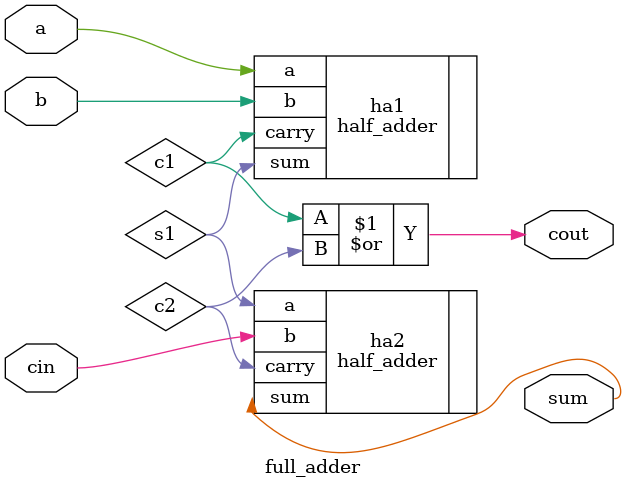
<source format=v>
`timescale 1ns / 1ps



module full_adder (
    input  a,      
    input  b,      
    input  cin,    
    output sum,    
    output cout    
);
    wire s1, c1, c2; 

    
    half_adder ha1 (
        .a(a),
        .b(b),
        .sum(s1),   
        .carry(c1)  
    );

    
    half_adder ha2 (
        .a(s1),
        .b(cin),
        .sum(sum),   
        .carry(c2)  
    );

   
    assign cout = c1 | c2;
endmodule

</source>
